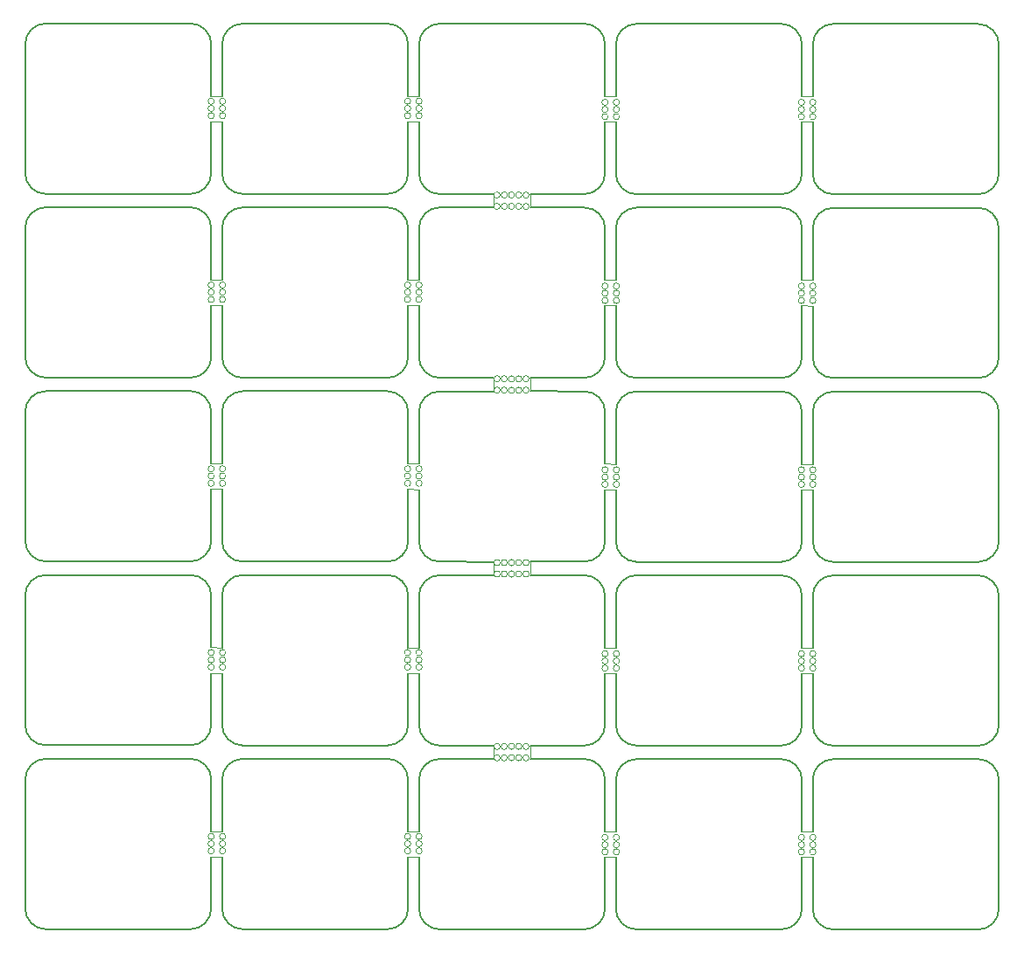
<source format=gm1>
G04 #@! TF.GenerationSoftware,KiCad,Pcbnew,8.99.0-2194-gb3b7cbcab2*
G04 #@! TF.CreationDate,2024-09-18T03:52:14+07:00*
G04 #@! TF.ProjectId,Unified-Daughterboard,556e6966-6965-4642-9d44-617567687465,C3*
G04 #@! TF.SameCoordinates,Original*
G04 #@! TF.FileFunction,Profile,NP*
%FSLAX46Y46*%
G04 Gerber Fmt 4.6, Leading zero omitted, Abs format (unit mm)*
G04 Created by KiCad (PCBNEW 8.99.0-2194-gb3b7cbcab2) date 2024-09-18 03:52:14*
%MOMM*%
%LPD*%
G01*
G04 APERTURE LIST*
G04 #@! TA.AperFunction,Profile*
%ADD10C,0.050000*%
G04 #@! TD*
G04 #@! TA.AperFunction,Profile*
%ADD11C,0.150000*%
G04 #@! TD*
G04 APERTURE END LIST*
D10*
X45002500Y-99443000D02*
G75*
G02*
X44402500Y-99443000I-300000J0D01*
G01*
X44402500Y-99443000D02*
G75*
G02*
X45002500Y-99443000I300000J0D01*
G01*
X64002500Y-98043000D02*
G75*
G02*
X63402500Y-98043000I-300000J0D01*
G01*
X63402500Y-98043000D02*
G75*
G02*
X64002500Y-98043000I300000J0D01*
G01*
X62902500Y-98743000D02*
G75*
G02*
X62302500Y-98743000I-300000J0D01*
G01*
X62302500Y-98743000D02*
G75*
G02*
X62902500Y-98743000I300000J0D01*
G01*
X82002500Y-99543000D02*
G75*
G02*
X81402500Y-99543000I-300000J0D01*
G01*
X81402500Y-99543000D02*
G75*
G02*
X82002500Y-99543000I300000J0D01*
G01*
X82002500Y-98143000D02*
G75*
G02*
X81402500Y-98143000I-300000J0D01*
G01*
X81402500Y-98143000D02*
G75*
G02*
X82002500Y-98143000I300000J0D01*
G01*
X43902500Y-99443000D02*
G75*
G02*
X43302500Y-99443000I-300000J0D01*
G01*
X43302500Y-99443000D02*
G75*
G02*
X43902500Y-99443000I300000J0D01*
G01*
D11*
X46654500Y-90527000D02*
X60654500Y-90527000D01*
D10*
X101002500Y-99543000D02*
G75*
G02*
X100402500Y-99543000I-300000J0D01*
G01*
X100402500Y-99543000D02*
G75*
G02*
X101002500Y-99543000I300000J0D01*
G01*
X83102500Y-98843000D02*
G75*
G02*
X82502500Y-98843000I-300000J0D01*
G01*
X82502500Y-98843000D02*
G75*
G02*
X83102500Y-98843000I300000J0D01*
G01*
X45002500Y-98743000D02*
G75*
G02*
X44402500Y-98743000I-300000J0D01*
G01*
X44402500Y-98743000D02*
G75*
G02*
X45002500Y-98743000I300000J0D01*
G01*
X64002500Y-99443000D02*
G75*
G02*
X63402500Y-99443000I-300000J0D01*
G01*
X63402500Y-99443000D02*
G75*
G02*
X64002500Y-99443000I300000J0D01*
G01*
X102102500Y-98143000D02*
G75*
G02*
X101502500Y-98143000I-300000J0D01*
G01*
X101502500Y-98143000D02*
G75*
G02*
X102102500Y-98143000I300000J0D01*
G01*
X43902500Y-98743000D02*
G75*
G02*
X43302500Y-98743000I-300000J0D01*
G01*
X43302500Y-98743000D02*
G75*
G02*
X43902500Y-98743000I300000J0D01*
G01*
X83102500Y-98143000D02*
G75*
G02*
X82502500Y-98143000I-300000J0D01*
G01*
X82502500Y-98143000D02*
G75*
G02*
X83102500Y-98143000I300000J0D01*
G01*
X101002500Y-98843000D02*
G75*
G02*
X100402500Y-98843000I-300000J0D01*
G01*
X100402500Y-98843000D02*
G75*
G02*
X101002500Y-98843000I300000J0D01*
G01*
D11*
X44654500Y-92527000D02*
G75*
G02*
X46654500Y-90527000I1999999J1D01*
G01*
D10*
X102102500Y-99543000D02*
G75*
G02*
X101502500Y-99543000I-300000J0D01*
G01*
X101502500Y-99543000D02*
G75*
G02*
X102102500Y-99543000I300000J0D01*
G01*
X64002500Y-98743000D02*
G75*
G02*
X63402500Y-98743000I-300000J0D01*
G01*
X63402500Y-98743000D02*
G75*
G02*
X64002500Y-98743000I300000J0D01*
G01*
X45002500Y-98043000D02*
G75*
G02*
X44402500Y-98043000I-300000J0D01*
G01*
X44402500Y-98043000D02*
G75*
G02*
X45002500Y-98043000I300000J0D01*
G01*
X101002500Y-98143000D02*
G75*
G02*
X100402500Y-98143000I-300000J0D01*
G01*
X100402500Y-98143000D02*
G75*
G02*
X101002500Y-98143000I300000J0D01*
G01*
X83102500Y-99543000D02*
G75*
G02*
X82502500Y-99543000I-300000J0D01*
G01*
X82502500Y-99543000D02*
G75*
G02*
X83102500Y-99543000I300000J0D01*
G01*
X62902500Y-99443000D02*
G75*
G02*
X62302500Y-99443000I-300000J0D01*
G01*
X62302500Y-99443000D02*
G75*
G02*
X62902500Y-99443000I300000J0D01*
G01*
X102102500Y-98843000D02*
G75*
G02*
X101502500Y-98843000I-300000J0D01*
G01*
X101502500Y-98843000D02*
G75*
G02*
X102102500Y-98843000I300000J0D01*
G01*
X43902500Y-98043000D02*
G75*
G02*
X43302500Y-98043000I-300000J0D01*
G01*
X43302500Y-98043000D02*
G75*
G02*
X43902500Y-98043000I300000J0D01*
G01*
X82002500Y-98843000D02*
G75*
G02*
X81402500Y-98843000I-300000J0D01*
G01*
X81402500Y-98843000D02*
G75*
G02*
X82002500Y-98843000I300000J0D01*
G01*
D11*
X62654500Y-100011830D02*
X62654500Y-105027000D01*
X62654500Y-92527000D02*
X62654500Y-97542170D01*
X63701670Y-92537000D02*
X63701670Y-97552170D01*
D10*
X62654500Y-97542170D02*
X63701670Y-97552170D01*
D11*
X60654500Y-107027000D02*
X46654500Y-107027000D01*
X46654500Y-107027000D02*
G75*
G02*
X44654500Y-105027000I-1J1999999D01*
G01*
X62654500Y-105027000D02*
G75*
G02*
X60654500Y-107027000I-1999999J-1D01*
G01*
X60654500Y-90527000D02*
G75*
G02*
X62654500Y-92527000I1J-1999999D01*
G01*
X63701670Y-100021830D02*
X63701670Y-105037000D01*
D10*
X62654500Y-100011830D02*
X63701670Y-100021830D01*
X72954500Y-90427000D02*
G75*
G02*
X72354500Y-90427000I-300000J0D01*
G01*
X72354500Y-90427000D02*
G75*
G02*
X72954500Y-90427000I300000J0D01*
G01*
X72254500Y-89327000D02*
G75*
G02*
X71654500Y-89327000I-300000J0D01*
G01*
X71654500Y-89327000D02*
G75*
G02*
X72254500Y-89327000I300000J0D01*
G01*
X73654500Y-90427000D02*
G75*
G02*
X73054500Y-90427000I-300000J0D01*
G01*
X73054500Y-90427000D02*
G75*
G02*
X73654500Y-90427000I300000J0D01*
G01*
X71554500Y-89327000D02*
G75*
G02*
X70954500Y-89327000I-300000J0D01*
G01*
X70954500Y-89327000D02*
G75*
G02*
X71554500Y-89327000I300000J0D01*
G01*
X72254500Y-90427000D02*
G75*
G02*
X71654500Y-90427000I-300000J0D01*
G01*
X71654500Y-90427000D02*
G75*
G02*
X72254500Y-90427000I300000J0D01*
G01*
X72954500Y-89327000D02*
G75*
G02*
X72354500Y-89327000I-300000J0D01*
G01*
X72354500Y-89327000D02*
G75*
G02*
X72954500Y-89327000I300000J0D01*
G01*
X73654500Y-89327000D02*
G75*
G02*
X73054500Y-89327000I-300000J0D01*
G01*
X73054500Y-89327000D02*
G75*
G02*
X73654500Y-89327000I300000J0D01*
G01*
D11*
X70902500Y-90543000D02*
X65701670Y-90537000D01*
D10*
X74354500Y-90427000D02*
G75*
G02*
X73754500Y-90427000I-300000J0D01*
G01*
X73754500Y-90427000D02*
G75*
G02*
X74354500Y-90427000I300000J0D01*
G01*
X71554500Y-90427000D02*
G75*
G02*
X70954500Y-90427000I-300000J0D01*
G01*
X70954500Y-90427000D02*
G75*
G02*
X71554500Y-90427000I300000J0D01*
G01*
X74354500Y-89327000D02*
G75*
G02*
X73754500Y-89327000I-300000J0D01*
G01*
X73754500Y-89327000D02*
G75*
G02*
X74354500Y-89327000I300000J0D01*
G01*
X74500840Y-89231000D02*
X74500840Y-90531000D01*
D11*
X79701670Y-90537000D02*
X74500840Y-90531000D01*
D10*
X70902500Y-89243000D02*
X70902500Y-90543000D01*
D11*
X82748840Y-92547000D02*
G75*
G02*
X84748840Y-90547000I2000030J-30D01*
G01*
X65701670Y-107037000D02*
G75*
G02*
X63701670Y-105037000I-1J1999999D01*
G01*
X100748840Y-92547000D02*
X100748840Y-97562170D01*
X84748840Y-107047000D02*
G75*
G02*
X82748840Y-105047000I-70J1999930D01*
G01*
X98748840Y-107047000D02*
X84748840Y-107047000D01*
D10*
X100748840Y-97562170D02*
X101796010Y-97572170D01*
D11*
X98748840Y-90547000D02*
G75*
G02*
X100748840Y-92547000I-100J-2000100D01*
G01*
X100748840Y-100031830D02*
X100748840Y-105047000D01*
X101796010Y-100041830D02*
X101796010Y-105057000D01*
X79701670Y-90537000D02*
G75*
G02*
X81701670Y-92537000I50J-1999950D01*
G01*
X63701670Y-92537000D02*
G75*
G02*
X65701670Y-90537000I1999999J1D01*
G01*
X81701670Y-92537000D02*
X81701670Y-97552170D01*
X82748840Y-100031830D02*
X82748840Y-105047000D01*
X82748840Y-92547000D02*
X82748840Y-97562170D01*
X81701670Y-105037000D02*
G75*
G02*
X79701670Y-107037000I-2000020J20D01*
G01*
D10*
X81701670Y-97552170D02*
X82748840Y-97562170D01*
X100748840Y-100031830D02*
X101796010Y-100041830D01*
X81701670Y-100021830D02*
X82748840Y-100031830D01*
D11*
X74500840Y-107031000D02*
X65701670Y-107037000D01*
X101796010Y-92557000D02*
X101796010Y-97572170D01*
X100748840Y-105047000D02*
G75*
G02*
X98748840Y-107047000I-1999970J-30D01*
G01*
X81701670Y-100021830D02*
X81701670Y-105037000D01*
X117796010Y-107057000D02*
X103796010Y-107057000D01*
D10*
X62902500Y-98043000D02*
G75*
G02*
X62302500Y-98043000I-300000J0D01*
G01*
X62302500Y-98043000D02*
G75*
G02*
X62902500Y-98043000I300000J0D01*
G01*
D11*
X84748840Y-90547000D02*
X98748840Y-90547000D01*
X25607330Y-92517000D02*
G75*
G02*
X27607330Y-90517000I1999999J1D01*
G01*
X27607330Y-107017000D02*
G75*
G02*
X25607330Y-105017000I-1J1999999D01*
G01*
X27607330Y-90517000D02*
X41607330Y-90517000D01*
X43607330Y-92517000D02*
X43607330Y-97532170D01*
X41607330Y-107017000D02*
X27607330Y-107017000D01*
X43607330Y-105017000D02*
G75*
G02*
X41607330Y-107017000I-1999999J-1D01*
G01*
X41607330Y-90517000D02*
G75*
G02*
X43607330Y-92517000I1J-1999999D01*
G01*
X44654500Y-100011830D02*
X44654500Y-105027000D01*
D10*
X43607330Y-100001830D02*
X44654500Y-100011830D01*
X43607330Y-97532170D02*
X44654500Y-97542170D01*
D11*
X43607330Y-100001830D02*
X43607330Y-105017000D01*
X44654500Y-92527000D02*
X44654500Y-97542170D01*
X117796010Y-90557000D02*
G75*
G02*
X119796040Y-92557000I30J-2000000D01*
G01*
X119796010Y-105057000D02*
G75*
G02*
X117796010Y-107056970I-1999970J0D01*
G01*
X103796010Y-107057000D02*
G75*
G02*
X101796010Y-105057000I-20J1999980D01*
G01*
X103796010Y-90557000D02*
X117796010Y-90557000D01*
X119796010Y-92557000D02*
X119796010Y-97572170D01*
X25607330Y-92517000D02*
X25607330Y-105017000D01*
X101796010Y-92557000D02*
G75*
G02*
X103796010Y-90556970I2000030J0D01*
G01*
X119796010Y-97572170D02*
X119796010Y-105057000D01*
X79701670Y-107037000D02*
X74500840Y-107031000D01*
D10*
X45002500Y-81643000D02*
G75*
G02*
X44402500Y-81643000I-300000J0D01*
G01*
X44402500Y-81643000D02*
G75*
G02*
X45002500Y-81643000I300000J0D01*
G01*
X64002500Y-80243000D02*
G75*
G02*
X63402500Y-80243000I-300000J0D01*
G01*
X63402500Y-80243000D02*
G75*
G02*
X64002500Y-80243000I300000J0D01*
G01*
X62902500Y-80943000D02*
G75*
G02*
X62302500Y-80943000I-300000J0D01*
G01*
X62302500Y-80943000D02*
G75*
G02*
X62902500Y-80943000I300000J0D01*
G01*
X82002500Y-81743000D02*
G75*
G02*
X81402500Y-81743000I-300000J0D01*
G01*
X81402500Y-81743000D02*
G75*
G02*
X82002500Y-81743000I300000J0D01*
G01*
X82002500Y-80343000D02*
G75*
G02*
X81402500Y-80343000I-300000J0D01*
G01*
X81402500Y-80343000D02*
G75*
G02*
X82002500Y-80343000I300000J0D01*
G01*
X43902500Y-81643000D02*
G75*
G02*
X43302500Y-81643000I-300000J0D01*
G01*
X43302500Y-81643000D02*
G75*
G02*
X43902500Y-81643000I300000J0D01*
G01*
D11*
X46654500Y-72727000D02*
X60654500Y-72727000D01*
D10*
X101002500Y-81743000D02*
G75*
G02*
X100402500Y-81743000I-300000J0D01*
G01*
X100402500Y-81743000D02*
G75*
G02*
X101002500Y-81743000I300000J0D01*
G01*
X83102500Y-81043000D02*
G75*
G02*
X82502500Y-81043000I-300000J0D01*
G01*
X82502500Y-81043000D02*
G75*
G02*
X83102500Y-81043000I300000J0D01*
G01*
X45002500Y-80943000D02*
G75*
G02*
X44402500Y-80943000I-300000J0D01*
G01*
X44402500Y-80943000D02*
G75*
G02*
X45002500Y-80943000I300000J0D01*
G01*
X64002500Y-81643000D02*
G75*
G02*
X63402500Y-81643000I-300000J0D01*
G01*
X63402500Y-81643000D02*
G75*
G02*
X64002500Y-81643000I300000J0D01*
G01*
X102102500Y-80343000D02*
G75*
G02*
X101502500Y-80343000I-300000J0D01*
G01*
X101502500Y-80343000D02*
G75*
G02*
X102102500Y-80343000I300000J0D01*
G01*
X43902500Y-80943000D02*
G75*
G02*
X43302500Y-80943000I-300000J0D01*
G01*
X43302500Y-80943000D02*
G75*
G02*
X43902500Y-80943000I300000J0D01*
G01*
X83102500Y-80343000D02*
G75*
G02*
X82502500Y-80343000I-300000J0D01*
G01*
X82502500Y-80343000D02*
G75*
G02*
X83102500Y-80343000I300000J0D01*
G01*
X101002500Y-81043000D02*
G75*
G02*
X100402500Y-81043000I-300000J0D01*
G01*
X100402500Y-81043000D02*
G75*
G02*
X101002500Y-81043000I300000J0D01*
G01*
D11*
X44654500Y-74727000D02*
G75*
G02*
X46654500Y-72727000I1999999J1D01*
G01*
D10*
X102102500Y-81743000D02*
G75*
G02*
X101502500Y-81743000I-300000J0D01*
G01*
X101502500Y-81743000D02*
G75*
G02*
X102102500Y-81743000I300000J0D01*
G01*
X64002500Y-80943000D02*
G75*
G02*
X63402500Y-80943000I-300000J0D01*
G01*
X63402500Y-80943000D02*
G75*
G02*
X64002500Y-80943000I300000J0D01*
G01*
X45002500Y-80243000D02*
G75*
G02*
X44402500Y-80243000I-300000J0D01*
G01*
X44402500Y-80243000D02*
G75*
G02*
X45002500Y-80243000I300000J0D01*
G01*
X101002500Y-80343000D02*
G75*
G02*
X100402500Y-80343000I-300000J0D01*
G01*
X100402500Y-80343000D02*
G75*
G02*
X101002500Y-80343000I300000J0D01*
G01*
X83102500Y-81743000D02*
G75*
G02*
X82502500Y-81743000I-300000J0D01*
G01*
X82502500Y-81743000D02*
G75*
G02*
X83102500Y-81743000I300000J0D01*
G01*
X62902500Y-81643000D02*
G75*
G02*
X62302500Y-81643000I-300000J0D01*
G01*
X62302500Y-81643000D02*
G75*
G02*
X62902500Y-81643000I300000J0D01*
G01*
X102102500Y-81043000D02*
G75*
G02*
X101502500Y-81043000I-300000J0D01*
G01*
X101502500Y-81043000D02*
G75*
G02*
X102102500Y-81043000I300000J0D01*
G01*
X43902500Y-80243000D02*
G75*
G02*
X43302500Y-80243000I-300000J0D01*
G01*
X43302500Y-80243000D02*
G75*
G02*
X43902500Y-80243000I300000J0D01*
G01*
X82002500Y-81043000D02*
G75*
G02*
X81402500Y-81043000I-300000J0D01*
G01*
X81402500Y-81043000D02*
G75*
G02*
X82002500Y-81043000I300000J0D01*
G01*
D11*
X62654500Y-82211830D02*
X62654500Y-87227000D01*
X62654500Y-74727000D02*
X62654500Y-79742170D01*
X63701670Y-74737000D02*
X63701670Y-79752170D01*
D10*
X62654500Y-79742170D02*
X63701670Y-79752170D01*
D11*
X60654500Y-89227000D02*
X46654500Y-89227000D01*
X46654500Y-89227000D02*
G75*
G02*
X44654500Y-87227000I-1J1999999D01*
G01*
X62654500Y-87227000D02*
G75*
G02*
X60654500Y-89227000I-1999999J-1D01*
G01*
X60654500Y-72727000D02*
G75*
G02*
X62654500Y-74727000I1J-1999999D01*
G01*
X63701670Y-82221830D02*
X63701670Y-87237000D01*
D10*
X62654500Y-82211830D02*
X63701670Y-82221830D01*
X72954500Y-72627000D02*
G75*
G02*
X72354500Y-72627000I-300000J0D01*
G01*
X72354500Y-72627000D02*
G75*
G02*
X72954500Y-72627000I300000J0D01*
G01*
X72254500Y-71527000D02*
G75*
G02*
X71654500Y-71527000I-300000J0D01*
G01*
X71654500Y-71527000D02*
G75*
G02*
X72254500Y-71527000I300000J0D01*
G01*
X73654500Y-72627000D02*
G75*
G02*
X73054500Y-72627000I-300000J0D01*
G01*
X73054500Y-72627000D02*
G75*
G02*
X73654500Y-72627000I300000J0D01*
G01*
X71554500Y-71527000D02*
G75*
G02*
X70954500Y-71527000I-300000J0D01*
G01*
X70954500Y-71527000D02*
G75*
G02*
X71554500Y-71527000I300000J0D01*
G01*
X72254500Y-72627000D02*
G75*
G02*
X71654500Y-72627000I-300000J0D01*
G01*
X71654500Y-72627000D02*
G75*
G02*
X72254500Y-72627000I300000J0D01*
G01*
X72954500Y-71527000D02*
G75*
G02*
X72354500Y-71527000I-300000J0D01*
G01*
X72354500Y-71527000D02*
G75*
G02*
X72954500Y-71527000I300000J0D01*
G01*
X73654500Y-71527000D02*
G75*
G02*
X73054500Y-71527000I-300000J0D01*
G01*
X73054500Y-71527000D02*
G75*
G02*
X73654500Y-71527000I300000J0D01*
G01*
D11*
X70902500Y-72743000D02*
X65701670Y-72737000D01*
D10*
X74354500Y-72627000D02*
G75*
G02*
X73754500Y-72627000I-300000J0D01*
G01*
X73754500Y-72627000D02*
G75*
G02*
X74354500Y-72627000I300000J0D01*
G01*
X71554500Y-72627000D02*
G75*
G02*
X70954500Y-72627000I-300000J0D01*
G01*
X70954500Y-72627000D02*
G75*
G02*
X71554500Y-72627000I300000J0D01*
G01*
X74354500Y-71527000D02*
G75*
G02*
X73754500Y-71527000I-300000J0D01*
G01*
X73754500Y-71527000D02*
G75*
G02*
X74354500Y-71527000I300000J0D01*
G01*
X74500840Y-71431000D02*
X74500840Y-72731000D01*
D11*
X79701670Y-72737000D02*
X74500840Y-72731000D01*
D10*
X70902500Y-71443000D02*
X70902500Y-72743000D01*
D11*
X82748840Y-74747000D02*
G75*
G02*
X84748840Y-72747000I2000030J-30D01*
G01*
X65701670Y-89237000D02*
G75*
G02*
X63701670Y-87237000I-1J1999999D01*
G01*
X100748840Y-74747000D02*
X100748840Y-79762170D01*
X84748840Y-89247000D02*
G75*
G02*
X82748840Y-87247000I-70J1999930D01*
G01*
X98748840Y-89247000D02*
X84748840Y-89247000D01*
D10*
X100748840Y-79762170D02*
X101796010Y-79772170D01*
D11*
X98748840Y-72747000D02*
G75*
G02*
X100748840Y-74747000I-100J-2000100D01*
G01*
X100748840Y-82231830D02*
X100748840Y-87247000D01*
X101796010Y-82241830D02*
X101796010Y-87257000D01*
X79701670Y-72737000D02*
G75*
G02*
X81701670Y-74737000I50J-1999950D01*
G01*
X63701670Y-74737000D02*
G75*
G02*
X65701670Y-72737000I1999999J1D01*
G01*
X81701670Y-74737000D02*
X81701670Y-79752170D01*
X82748840Y-82231830D02*
X82748840Y-87247000D01*
X82748840Y-74747000D02*
X82748840Y-79762170D01*
X81701670Y-87237000D02*
G75*
G02*
X79701670Y-89237000I-2000020J20D01*
G01*
D10*
X81701670Y-79752170D02*
X82748840Y-79762170D01*
X100748840Y-82231830D02*
X101796010Y-82241830D01*
X81701670Y-82221830D02*
X82748840Y-82231830D01*
D11*
X70902500Y-89243000D02*
X65701670Y-89237000D01*
X101796010Y-74757000D02*
X101796010Y-79772170D01*
X100748840Y-87247000D02*
G75*
G02*
X98748840Y-89247000I-1999970J-30D01*
G01*
X81701670Y-82221830D02*
X81701670Y-87237000D01*
X117796010Y-89257000D02*
X103796010Y-89257000D01*
D10*
X62902500Y-80243000D02*
G75*
G02*
X62302500Y-80243000I-300000J0D01*
G01*
X62302500Y-80243000D02*
G75*
G02*
X62902500Y-80243000I300000J0D01*
G01*
D11*
X84748840Y-72747000D02*
X98748840Y-72747000D01*
X25607330Y-74717000D02*
G75*
G02*
X27607330Y-72717000I1999999J1D01*
G01*
X27607330Y-89217000D02*
G75*
G02*
X25607330Y-87217000I-1J1999999D01*
G01*
X27607330Y-72717000D02*
X41607330Y-72717000D01*
X43607330Y-74717000D02*
X43607330Y-79732170D01*
X41607330Y-89217000D02*
X27607330Y-89217000D01*
X43607330Y-87217000D02*
G75*
G02*
X41607330Y-89217000I-1999999J-1D01*
G01*
X41607330Y-72717000D02*
G75*
G02*
X43607330Y-74717000I1J-1999999D01*
G01*
X44654500Y-82211830D02*
X44654500Y-87227000D01*
D10*
X43607330Y-82201830D02*
X44654500Y-82211830D01*
X43607330Y-79732170D02*
X44654500Y-79742170D01*
D11*
X43607330Y-82201830D02*
X43607330Y-87217000D01*
X44654500Y-74727000D02*
X44654500Y-79742170D01*
X117796010Y-72757000D02*
G75*
G02*
X119796040Y-74757000I30J-2000000D01*
G01*
X119796010Y-87257000D02*
G75*
G02*
X117796010Y-89256970I-1999970J0D01*
G01*
X103796010Y-89257000D02*
G75*
G02*
X101796010Y-87257000I-20J1999980D01*
G01*
X103796010Y-72757000D02*
X117796010Y-72757000D01*
X119796010Y-74757000D02*
X119796010Y-79772170D01*
X25607330Y-74717000D02*
X25607330Y-87217000D01*
X101796010Y-74757000D02*
G75*
G02*
X103796010Y-72756970I2000030J0D01*
G01*
X119796010Y-79772170D02*
X119796010Y-87257000D01*
X79701670Y-89237000D02*
X74500840Y-89231000D01*
D10*
X45002500Y-63843000D02*
G75*
G02*
X44402500Y-63843000I-300000J0D01*
G01*
X44402500Y-63843000D02*
G75*
G02*
X45002500Y-63843000I300000J0D01*
G01*
X64002500Y-62443000D02*
G75*
G02*
X63402500Y-62443000I-300000J0D01*
G01*
X63402500Y-62443000D02*
G75*
G02*
X64002500Y-62443000I300000J0D01*
G01*
X62902500Y-63143000D02*
G75*
G02*
X62302500Y-63143000I-300000J0D01*
G01*
X62302500Y-63143000D02*
G75*
G02*
X62902500Y-63143000I300000J0D01*
G01*
X82002500Y-63943000D02*
G75*
G02*
X81402500Y-63943000I-300000J0D01*
G01*
X81402500Y-63943000D02*
G75*
G02*
X82002500Y-63943000I300000J0D01*
G01*
X82002500Y-62543000D02*
G75*
G02*
X81402500Y-62543000I-300000J0D01*
G01*
X81402500Y-62543000D02*
G75*
G02*
X82002500Y-62543000I300000J0D01*
G01*
X43902500Y-63843000D02*
G75*
G02*
X43302500Y-63843000I-300000J0D01*
G01*
X43302500Y-63843000D02*
G75*
G02*
X43902500Y-63843000I300000J0D01*
G01*
D11*
X46654500Y-54927000D02*
X60654500Y-54927000D01*
D10*
X101002500Y-63943000D02*
G75*
G02*
X100402500Y-63943000I-300000J0D01*
G01*
X100402500Y-63943000D02*
G75*
G02*
X101002500Y-63943000I300000J0D01*
G01*
X83102500Y-63243000D02*
G75*
G02*
X82502500Y-63243000I-300000J0D01*
G01*
X82502500Y-63243000D02*
G75*
G02*
X83102500Y-63243000I300000J0D01*
G01*
X45002500Y-63143000D02*
G75*
G02*
X44402500Y-63143000I-300000J0D01*
G01*
X44402500Y-63143000D02*
G75*
G02*
X45002500Y-63143000I300000J0D01*
G01*
X64002500Y-63843000D02*
G75*
G02*
X63402500Y-63843000I-300000J0D01*
G01*
X63402500Y-63843000D02*
G75*
G02*
X64002500Y-63843000I300000J0D01*
G01*
X102102500Y-62543000D02*
G75*
G02*
X101502500Y-62543000I-300000J0D01*
G01*
X101502500Y-62543000D02*
G75*
G02*
X102102500Y-62543000I300000J0D01*
G01*
X43902500Y-63143000D02*
G75*
G02*
X43302500Y-63143000I-300000J0D01*
G01*
X43302500Y-63143000D02*
G75*
G02*
X43902500Y-63143000I300000J0D01*
G01*
X83102500Y-62543000D02*
G75*
G02*
X82502500Y-62543000I-300000J0D01*
G01*
X82502500Y-62543000D02*
G75*
G02*
X83102500Y-62543000I300000J0D01*
G01*
X101002500Y-63243000D02*
G75*
G02*
X100402500Y-63243000I-300000J0D01*
G01*
X100402500Y-63243000D02*
G75*
G02*
X101002500Y-63243000I300000J0D01*
G01*
D11*
X44654500Y-56927000D02*
G75*
G02*
X46654500Y-54927000I1999999J1D01*
G01*
D10*
X102102500Y-63943000D02*
G75*
G02*
X101502500Y-63943000I-300000J0D01*
G01*
X101502500Y-63943000D02*
G75*
G02*
X102102500Y-63943000I300000J0D01*
G01*
X64002500Y-63143000D02*
G75*
G02*
X63402500Y-63143000I-300000J0D01*
G01*
X63402500Y-63143000D02*
G75*
G02*
X64002500Y-63143000I300000J0D01*
G01*
X45002500Y-62443000D02*
G75*
G02*
X44402500Y-62443000I-300000J0D01*
G01*
X44402500Y-62443000D02*
G75*
G02*
X45002500Y-62443000I300000J0D01*
G01*
X101002500Y-62543000D02*
G75*
G02*
X100402500Y-62543000I-300000J0D01*
G01*
X100402500Y-62543000D02*
G75*
G02*
X101002500Y-62543000I300000J0D01*
G01*
X83102500Y-63943000D02*
G75*
G02*
X82502500Y-63943000I-300000J0D01*
G01*
X82502500Y-63943000D02*
G75*
G02*
X83102500Y-63943000I300000J0D01*
G01*
X62902500Y-63843000D02*
G75*
G02*
X62302500Y-63843000I-300000J0D01*
G01*
X62302500Y-63843000D02*
G75*
G02*
X62902500Y-63843000I300000J0D01*
G01*
X102102500Y-63243000D02*
G75*
G02*
X101502500Y-63243000I-300000J0D01*
G01*
X101502500Y-63243000D02*
G75*
G02*
X102102500Y-63243000I300000J0D01*
G01*
X43902500Y-62443000D02*
G75*
G02*
X43302500Y-62443000I-300000J0D01*
G01*
X43302500Y-62443000D02*
G75*
G02*
X43902500Y-62443000I300000J0D01*
G01*
X82002500Y-63243000D02*
G75*
G02*
X81402500Y-63243000I-300000J0D01*
G01*
X81402500Y-63243000D02*
G75*
G02*
X82002500Y-63243000I300000J0D01*
G01*
D11*
X62654500Y-64411830D02*
X62654500Y-69427000D01*
X62654500Y-56927000D02*
X62654500Y-61942170D01*
X63701670Y-56937000D02*
X63701670Y-61952170D01*
D10*
X62654500Y-61942170D02*
X63701670Y-61952170D01*
D11*
X60654500Y-71427000D02*
X46654500Y-71427000D01*
X46654500Y-71427000D02*
G75*
G02*
X44654500Y-69427000I-1J1999999D01*
G01*
X62654500Y-69427000D02*
G75*
G02*
X60654500Y-71427000I-1999999J-1D01*
G01*
X60654500Y-54927000D02*
G75*
G02*
X62654500Y-56927000I1J-1999999D01*
G01*
X63701670Y-64421830D02*
X63701670Y-69437000D01*
D10*
X62654500Y-64411830D02*
X63701670Y-64421830D01*
X72954500Y-54827000D02*
G75*
G02*
X72354500Y-54827000I-300000J0D01*
G01*
X72354500Y-54827000D02*
G75*
G02*
X72954500Y-54827000I300000J0D01*
G01*
X72254500Y-53727000D02*
G75*
G02*
X71654500Y-53727000I-300000J0D01*
G01*
X71654500Y-53727000D02*
G75*
G02*
X72254500Y-53727000I300000J0D01*
G01*
X73654500Y-54827000D02*
G75*
G02*
X73054500Y-54827000I-300000J0D01*
G01*
X73054500Y-54827000D02*
G75*
G02*
X73654500Y-54827000I300000J0D01*
G01*
X71554500Y-53727000D02*
G75*
G02*
X70954500Y-53727000I-300000J0D01*
G01*
X70954500Y-53727000D02*
G75*
G02*
X71554500Y-53727000I300000J0D01*
G01*
X72254500Y-54827000D02*
G75*
G02*
X71654500Y-54827000I-300000J0D01*
G01*
X71654500Y-54827000D02*
G75*
G02*
X72254500Y-54827000I300000J0D01*
G01*
X72954500Y-53727000D02*
G75*
G02*
X72354500Y-53727000I-300000J0D01*
G01*
X72354500Y-53727000D02*
G75*
G02*
X72954500Y-53727000I300000J0D01*
G01*
X73654500Y-53727000D02*
G75*
G02*
X73054500Y-53727000I-300000J0D01*
G01*
X73054500Y-53727000D02*
G75*
G02*
X73654500Y-53727000I300000J0D01*
G01*
D11*
X70902500Y-54943000D02*
X65701670Y-54937000D01*
D10*
X74354500Y-54827000D02*
G75*
G02*
X73754500Y-54827000I-300000J0D01*
G01*
X73754500Y-54827000D02*
G75*
G02*
X74354500Y-54827000I300000J0D01*
G01*
X71554500Y-54827000D02*
G75*
G02*
X70954500Y-54827000I-300000J0D01*
G01*
X70954500Y-54827000D02*
G75*
G02*
X71554500Y-54827000I300000J0D01*
G01*
X74354500Y-53727000D02*
G75*
G02*
X73754500Y-53727000I-300000J0D01*
G01*
X73754500Y-53727000D02*
G75*
G02*
X74354500Y-53727000I300000J0D01*
G01*
X74500840Y-53631000D02*
X74500840Y-54931000D01*
D11*
X79701670Y-54937000D02*
X74500840Y-54931000D01*
D10*
X70902500Y-53643000D02*
X70902500Y-54943000D01*
D11*
X82748840Y-56947000D02*
G75*
G02*
X84748840Y-54947000I2000030J-30D01*
G01*
X65701670Y-71437000D02*
G75*
G02*
X63701670Y-69437000I-1J1999999D01*
G01*
X100748840Y-56947000D02*
X100748840Y-61962170D01*
X84748840Y-71447000D02*
G75*
G02*
X82748840Y-69447000I-70J1999930D01*
G01*
X98748840Y-71447000D02*
X84748840Y-71447000D01*
D10*
X100748840Y-61962170D02*
X101796010Y-61972170D01*
D11*
X98748840Y-54947000D02*
G75*
G02*
X100748840Y-56947000I-100J-2000100D01*
G01*
X100748840Y-64431830D02*
X100748840Y-69447000D01*
X101796010Y-64441830D02*
X101796010Y-69457000D01*
X79701670Y-54937000D02*
G75*
G02*
X81701670Y-56937000I50J-1999950D01*
G01*
X63701670Y-56937000D02*
G75*
G02*
X65701670Y-54937000I1999999J1D01*
G01*
X81701670Y-56937000D02*
X81701670Y-61952170D01*
X82748840Y-64431830D02*
X82748840Y-69447000D01*
X82748840Y-56947000D02*
X82748840Y-61962170D01*
X81701670Y-69437000D02*
G75*
G02*
X79701670Y-71437000I-2000020J20D01*
G01*
D10*
X81701670Y-61952170D02*
X82748840Y-61962170D01*
X100748840Y-64431830D02*
X101796010Y-64441830D01*
X81701670Y-64421830D02*
X82748840Y-64431830D01*
D11*
X70902500Y-71443000D02*
X65701670Y-71437000D01*
X101796010Y-56957000D02*
X101796010Y-61972170D01*
X100748840Y-69447000D02*
G75*
G02*
X98748840Y-71447000I-1999970J-30D01*
G01*
X81701670Y-64421830D02*
X81701670Y-69437000D01*
X117796010Y-71457000D02*
X103796010Y-71457000D01*
D10*
X62902500Y-62443000D02*
G75*
G02*
X62302500Y-62443000I-300000J0D01*
G01*
X62302500Y-62443000D02*
G75*
G02*
X62902500Y-62443000I300000J0D01*
G01*
D11*
X84748840Y-54947000D02*
X98748840Y-54947000D01*
X25607330Y-56917000D02*
G75*
G02*
X27607330Y-54917000I1999999J1D01*
G01*
X27607330Y-71417000D02*
G75*
G02*
X25607330Y-69417000I-1J1999999D01*
G01*
X27607330Y-54917000D02*
X41607330Y-54917000D01*
X43607330Y-56917000D02*
X43607330Y-61932170D01*
X41607330Y-71417000D02*
X27607330Y-71417000D01*
X43607330Y-69417000D02*
G75*
G02*
X41607330Y-71417000I-1999999J-1D01*
G01*
X41607330Y-54917000D02*
G75*
G02*
X43607330Y-56917000I1J-1999999D01*
G01*
X44654500Y-64411830D02*
X44654500Y-69427000D01*
D10*
X43607330Y-64401830D02*
X44654500Y-64411830D01*
X43607330Y-61932170D02*
X44654500Y-61942170D01*
D11*
X43607330Y-64401830D02*
X43607330Y-69417000D01*
X44654500Y-56927000D02*
X44654500Y-61942170D01*
X117796010Y-54957000D02*
G75*
G02*
X119796040Y-56957000I30J-2000000D01*
G01*
X119796010Y-69457000D02*
G75*
G02*
X117796010Y-71456970I-1999970J0D01*
G01*
X103796010Y-71457000D02*
G75*
G02*
X101796010Y-69457000I-20J1999980D01*
G01*
X103796010Y-54957000D02*
X117796010Y-54957000D01*
X119796010Y-56957000D02*
X119796010Y-61972170D01*
X25607330Y-56917000D02*
X25607330Y-69417000D01*
X101796010Y-56957000D02*
G75*
G02*
X103796010Y-54956970I2000030J0D01*
G01*
X119796010Y-61972170D02*
X119796010Y-69457000D01*
X79701670Y-71437000D02*
X74500840Y-71431000D01*
D10*
X45002500Y-46043000D02*
G75*
G02*
X44402500Y-46043000I-300000J0D01*
G01*
X44402500Y-46043000D02*
G75*
G02*
X45002500Y-46043000I300000J0D01*
G01*
X64002500Y-44643000D02*
G75*
G02*
X63402500Y-44643000I-300000J0D01*
G01*
X63402500Y-44643000D02*
G75*
G02*
X64002500Y-44643000I300000J0D01*
G01*
X62902500Y-45343000D02*
G75*
G02*
X62302500Y-45343000I-300000J0D01*
G01*
X62302500Y-45343000D02*
G75*
G02*
X62902500Y-45343000I300000J0D01*
G01*
X82002500Y-46143000D02*
G75*
G02*
X81402500Y-46143000I-300000J0D01*
G01*
X81402500Y-46143000D02*
G75*
G02*
X82002500Y-46143000I300000J0D01*
G01*
X82002500Y-44743000D02*
G75*
G02*
X81402500Y-44743000I-300000J0D01*
G01*
X81402500Y-44743000D02*
G75*
G02*
X82002500Y-44743000I300000J0D01*
G01*
X43902500Y-46043000D02*
G75*
G02*
X43302500Y-46043000I-300000J0D01*
G01*
X43302500Y-46043000D02*
G75*
G02*
X43902500Y-46043000I300000J0D01*
G01*
D11*
X46654500Y-37127000D02*
X60654500Y-37127000D01*
D10*
X101002500Y-46143000D02*
G75*
G02*
X100402500Y-46143000I-300000J0D01*
G01*
X100402500Y-46143000D02*
G75*
G02*
X101002500Y-46143000I300000J0D01*
G01*
X83102500Y-45443000D02*
G75*
G02*
X82502500Y-45443000I-300000J0D01*
G01*
X82502500Y-45443000D02*
G75*
G02*
X83102500Y-45443000I300000J0D01*
G01*
X45002500Y-45343000D02*
G75*
G02*
X44402500Y-45343000I-300000J0D01*
G01*
X44402500Y-45343000D02*
G75*
G02*
X45002500Y-45343000I300000J0D01*
G01*
X64002500Y-46043000D02*
G75*
G02*
X63402500Y-46043000I-300000J0D01*
G01*
X63402500Y-46043000D02*
G75*
G02*
X64002500Y-46043000I300000J0D01*
G01*
X102102500Y-44743000D02*
G75*
G02*
X101502500Y-44743000I-300000J0D01*
G01*
X101502500Y-44743000D02*
G75*
G02*
X102102500Y-44743000I300000J0D01*
G01*
X43902500Y-45343000D02*
G75*
G02*
X43302500Y-45343000I-300000J0D01*
G01*
X43302500Y-45343000D02*
G75*
G02*
X43902500Y-45343000I300000J0D01*
G01*
X83102500Y-44743000D02*
G75*
G02*
X82502500Y-44743000I-300000J0D01*
G01*
X82502500Y-44743000D02*
G75*
G02*
X83102500Y-44743000I300000J0D01*
G01*
X101002500Y-45443000D02*
G75*
G02*
X100402500Y-45443000I-300000J0D01*
G01*
X100402500Y-45443000D02*
G75*
G02*
X101002500Y-45443000I300000J0D01*
G01*
D11*
X44654500Y-39127000D02*
G75*
G02*
X46654500Y-37127000I1999999J1D01*
G01*
D10*
X102102500Y-46143000D02*
G75*
G02*
X101502500Y-46143000I-300000J0D01*
G01*
X101502500Y-46143000D02*
G75*
G02*
X102102500Y-46143000I300000J0D01*
G01*
X64002500Y-45343000D02*
G75*
G02*
X63402500Y-45343000I-300000J0D01*
G01*
X63402500Y-45343000D02*
G75*
G02*
X64002500Y-45343000I300000J0D01*
G01*
X45002500Y-44643000D02*
G75*
G02*
X44402500Y-44643000I-300000J0D01*
G01*
X44402500Y-44643000D02*
G75*
G02*
X45002500Y-44643000I300000J0D01*
G01*
X101002500Y-44743000D02*
G75*
G02*
X100402500Y-44743000I-300000J0D01*
G01*
X100402500Y-44743000D02*
G75*
G02*
X101002500Y-44743000I300000J0D01*
G01*
X83102500Y-46143000D02*
G75*
G02*
X82502500Y-46143000I-300000J0D01*
G01*
X82502500Y-46143000D02*
G75*
G02*
X83102500Y-46143000I300000J0D01*
G01*
X62902500Y-46043000D02*
G75*
G02*
X62302500Y-46043000I-300000J0D01*
G01*
X62302500Y-46043000D02*
G75*
G02*
X62902500Y-46043000I300000J0D01*
G01*
X102102500Y-45443000D02*
G75*
G02*
X101502500Y-45443000I-300000J0D01*
G01*
X101502500Y-45443000D02*
G75*
G02*
X102102500Y-45443000I300000J0D01*
G01*
X43902500Y-44643000D02*
G75*
G02*
X43302500Y-44643000I-300000J0D01*
G01*
X43302500Y-44643000D02*
G75*
G02*
X43902500Y-44643000I300000J0D01*
G01*
X82002500Y-45443000D02*
G75*
G02*
X81402500Y-45443000I-300000J0D01*
G01*
X81402500Y-45443000D02*
G75*
G02*
X82002500Y-45443000I300000J0D01*
G01*
D11*
X62654500Y-46611830D02*
X62654500Y-51627000D01*
X62654500Y-39127000D02*
X62654500Y-44142170D01*
X63701670Y-39137000D02*
X63701670Y-44152170D01*
D10*
X62654500Y-44142170D02*
X63701670Y-44152170D01*
D11*
X60654500Y-53627000D02*
X46654500Y-53627000D01*
X46654500Y-53627000D02*
G75*
G02*
X44654500Y-51627000I-1J1999999D01*
G01*
X62654500Y-51627000D02*
G75*
G02*
X60654500Y-53627000I-1999999J-1D01*
G01*
X60654500Y-37127000D02*
G75*
G02*
X62654500Y-39127000I1J-1999999D01*
G01*
X63701670Y-46621830D02*
X63701670Y-51637000D01*
D10*
X62654500Y-46611830D02*
X63701670Y-46621830D01*
X72954500Y-37027000D02*
G75*
G02*
X72354500Y-37027000I-300000J0D01*
G01*
X72354500Y-37027000D02*
G75*
G02*
X72954500Y-37027000I300000J0D01*
G01*
X72254500Y-35927000D02*
G75*
G02*
X71654500Y-35927000I-300000J0D01*
G01*
X71654500Y-35927000D02*
G75*
G02*
X72254500Y-35927000I300000J0D01*
G01*
X73654500Y-37027000D02*
G75*
G02*
X73054500Y-37027000I-300000J0D01*
G01*
X73054500Y-37027000D02*
G75*
G02*
X73654500Y-37027000I300000J0D01*
G01*
X71554500Y-35927000D02*
G75*
G02*
X70954500Y-35927000I-300000J0D01*
G01*
X70954500Y-35927000D02*
G75*
G02*
X71554500Y-35927000I300000J0D01*
G01*
X72254500Y-37027000D02*
G75*
G02*
X71654500Y-37027000I-300000J0D01*
G01*
X71654500Y-37027000D02*
G75*
G02*
X72254500Y-37027000I300000J0D01*
G01*
X72954500Y-35927000D02*
G75*
G02*
X72354500Y-35927000I-300000J0D01*
G01*
X72354500Y-35927000D02*
G75*
G02*
X72954500Y-35927000I300000J0D01*
G01*
X73654500Y-35927000D02*
G75*
G02*
X73054500Y-35927000I-300000J0D01*
G01*
X73054500Y-35927000D02*
G75*
G02*
X73654500Y-35927000I300000J0D01*
G01*
D11*
X70902500Y-37143000D02*
X65701670Y-37137000D01*
D10*
X74354500Y-37027000D02*
G75*
G02*
X73754500Y-37027000I-300000J0D01*
G01*
X73754500Y-37027000D02*
G75*
G02*
X74354500Y-37027000I300000J0D01*
G01*
X71554500Y-37027000D02*
G75*
G02*
X70954500Y-37027000I-300000J0D01*
G01*
X70954500Y-37027000D02*
G75*
G02*
X71554500Y-37027000I300000J0D01*
G01*
X74354500Y-35927000D02*
G75*
G02*
X73754500Y-35927000I-300000J0D01*
G01*
X73754500Y-35927000D02*
G75*
G02*
X74354500Y-35927000I300000J0D01*
G01*
X74500840Y-35831000D02*
X74500840Y-37131000D01*
D11*
X79701670Y-37137000D02*
X74500840Y-37131000D01*
D10*
X70902500Y-35843000D02*
X70902500Y-37143000D01*
D11*
X82748840Y-39147000D02*
G75*
G02*
X84748840Y-37147000I2000030J-30D01*
G01*
X65701670Y-53637000D02*
G75*
G02*
X63701670Y-51637000I-1J1999999D01*
G01*
X100748840Y-39147000D02*
X100748840Y-44162170D01*
X84748840Y-53647000D02*
G75*
G02*
X82748840Y-51647000I-70J1999930D01*
G01*
X98748840Y-53647000D02*
X84748840Y-53647000D01*
D10*
X100748840Y-44162170D02*
X101796010Y-44172170D01*
D11*
X98748840Y-37147000D02*
G75*
G02*
X100748840Y-39147000I-100J-2000100D01*
G01*
X100748840Y-46631830D02*
X100748840Y-51647000D01*
X101796010Y-46641830D02*
X101796010Y-51657000D01*
X79701670Y-37137000D02*
G75*
G02*
X81701670Y-39137000I50J-1999950D01*
G01*
X63701670Y-39137000D02*
G75*
G02*
X65701670Y-37137000I1999999J1D01*
G01*
X81701670Y-39137000D02*
X81701670Y-44152170D01*
X82748840Y-46631830D02*
X82748840Y-51647000D01*
X82748840Y-39147000D02*
X82748840Y-44162170D01*
X81701670Y-51637000D02*
G75*
G02*
X79701670Y-53637000I-2000020J20D01*
G01*
D10*
X81701670Y-44152170D02*
X82748840Y-44162170D01*
X100748840Y-46631830D02*
X101796010Y-46641830D01*
X81701670Y-46621830D02*
X82748840Y-46631830D01*
D11*
X70902500Y-53643000D02*
X65701670Y-53637000D01*
X101796010Y-39157000D02*
X101796010Y-44172170D01*
X100748840Y-51647000D02*
G75*
G02*
X98748840Y-53647000I-1999970J-30D01*
G01*
X81701670Y-46621830D02*
X81701670Y-51637000D01*
X117796010Y-53657000D02*
X103796010Y-53657000D01*
D10*
X62902500Y-44643000D02*
G75*
G02*
X62302500Y-44643000I-300000J0D01*
G01*
X62302500Y-44643000D02*
G75*
G02*
X62902500Y-44643000I300000J0D01*
G01*
D11*
X84748840Y-37147000D02*
X98748840Y-37147000D01*
X25607330Y-39117000D02*
G75*
G02*
X27607330Y-37117000I1999999J1D01*
G01*
X27607330Y-53617000D02*
G75*
G02*
X25607330Y-51617000I-1J1999999D01*
G01*
X27607330Y-37117000D02*
X41607330Y-37117000D01*
X43607330Y-39117000D02*
X43607330Y-44132170D01*
X41607330Y-53617000D02*
X27607330Y-53617000D01*
X43607330Y-51617000D02*
G75*
G02*
X41607330Y-53617000I-1999999J-1D01*
G01*
X41607330Y-37117000D02*
G75*
G02*
X43607330Y-39117000I1J-1999999D01*
G01*
X44654500Y-46611830D02*
X44654500Y-51627000D01*
D10*
X43607330Y-46601830D02*
X44654500Y-46611830D01*
X43607330Y-44132170D02*
X44654500Y-44142170D01*
D11*
X43607330Y-46601830D02*
X43607330Y-51617000D01*
X44654500Y-39127000D02*
X44654500Y-44142170D01*
X117796010Y-37157000D02*
G75*
G02*
X119796040Y-39157000I30J-2000000D01*
G01*
X119796010Y-51657000D02*
G75*
G02*
X117796010Y-53656970I-1999970J0D01*
G01*
X103796010Y-53657000D02*
G75*
G02*
X101796010Y-51657000I-20J1999980D01*
G01*
X103796010Y-37157000D02*
X117796010Y-37157000D01*
X119796010Y-39157000D02*
X119796010Y-44172170D01*
X25607330Y-39117000D02*
X25607330Y-51617000D01*
X101796010Y-39157000D02*
G75*
G02*
X103796010Y-37156970I2000030J0D01*
G01*
X119796010Y-44172170D02*
X119796010Y-51657000D01*
X79701670Y-53637000D02*
X74500840Y-53631000D01*
D10*
X45002500Y-26843000D02*
G75*
G02*
X44402500Y-26843000I-300000J0D01*
G01*
X44402500Y-26843000D02*
G75*
G02*
X45002500Y-26843000I300000J0D01*
G01*
X43902500Y-28243000D02*
G75*
G02*
X43302500Y-28243000I-300000J0D01*
G01*
X43302500Y-28243000D02*
G75*
G02*
X43902500Y-28243000I300000J0D01*
G01*
X45002500Y-27543000D02*
G75*
G02*
X44402500Y-27543000I-300000J0D01*
G01*
X44402500Y-27543000D02*
G75*
G02*
X45002500Y-27543000I300000J0D01*
G01*
X45002500Y-28243000D02*
G75*
G02*
X44402500Y-28243000I-300000J0D01*
G01*
X44402500Y-28243000D02*
G75*
G02*
X45002500Y-28243000I300000J0D01*
G01*
X43902500Y-27543000D02*
G75*
G02*
X43302500Y-27543000I-300000J0D01*
G01*
X43302500Y-27543000D02*
G75*
G02*
X43902500Y-27543000I300000J0D01*
G01*
X43902500Y-26843000D02*
G75*
G02*
X43302500Y-26843000I-300000J0D01*
G01*
X43302500Y-26843000D02*
G75*
G02*
X43902500Y-26843000I300000J0D01*
G01*
X102102500Y-26943000D02*
G75*
G02*
X101502500Y-26943000I-300000J0D01*
G01*
X101502500Y-26943000D02*
G75*
G02*
X102102500Y-26943000I300000J0D01*
G01*
X101002500Y-28343000D02*
G75*
G02*
X100402500Y-28343000I-300000J0D01*
G01*
X100402500Y-28343000D02*
G75*
G02*
X101002500Y-28343000I300000J0D01*
G01*
X102102500Y-27643000D02*
G75*
G02*
X101502500Y-27643000I-300000J0D01*
G01*
X101502500Y-27643000D02*
G75*
G02*
X102102500Y-27643000I300000J0D01*
G01*
X102102500Y-28343000D02*
G75*
G02*
X101502500Y-28343000I-300000J0D01*
G01*
X101502500Y-28343000D02*
G75*
G02*
X102102500Y-28343000I300000J0D01*
G01*
X101002500Y-27643000D02*
G75*
G02*
X100402500Y-27643000I-300000J0D01*
G01*
X100402500Y-27643000D02*
G75*
G02*
X101002500Y-27643000I300000J0D01*
G01*
X101002500Y-26943000D02*
G75*
G02*
X100402500Y-26943000I-300000J0D01*
G01*
X100402500Y-26943000D02*
G75*
G02*
X101002500Y-26943000I300000J0D01*
G01*
X83102500Y-26943000D02*
G75*
G02*
X82502500Y-26943000I-300000J0D01*
G01*
X82502500Y-26943000D02*
G75*
G02*
X83102500Y-26943000I300000J0D01*
G01*
X82002500Y-28343000D02*
G75*
G02*
X81402500Y-28343000I-300000J0D01*
G01*
X81402500Y-28343000D02*
G75*
G02*
X82002500Y-28343000I300000J0D01*
G01*
X83102500Y-27643000D02*
G75*
G02*
X82502500Y-27643000I-300000J0D01*
G01*
X82502500Y-27643000D02*
G75*
G02*
X83102500Y-27643000I300000J0D01*
G01*
X83102500Y-28343000D02*
G75*
G02*
X82502500Y-28343000I-300000J0D01*
G01*
X82502500Y-28343000D02*
G75*
G02*
X83102500Y-28343000I300000J0D01*
G01*
X82002500Y-27643000D02*
G75*
G02*
X81402500Y-27643000I-300000J0D01*
G01*
X81402500Y-27643000D02*
G75*
G02*
X82002500Y-27643000I300000J0D01*
G01*
X82002500Y-26943000D02*
G75*
G02*
X81402500Y-26943000I-300000J0D01*
G01*
X81402500Y-26943000D02*
G75*
G02*
X82002500Y-26943000I300000J0D01*
G01*
X64002500Y-28243000D02*
G75*
G02*
X63402500Y-28243000I-300000J0D01*
G01*
X63402500Y-28243000D02*
G75*
G02*
X64002500Y-28243000I300000J0D01*
G01*
X62902500Y-28243000D02*
G75*
G02*
X62302500Y-28243000I-300000J0D01*
G01*
X62302500Y-28243000D02*
G75*
G02*
X62902500Y-28243000I300000J0D01*
G01*
X64002500Y-27543000D02*
G75*
G02*
X63402500Y-27543000I-300000J0D01*
G01*
X63402500Y-27543000D02*
G75*
G02*
X64002500Y-27543000I300000J0D01*
G01*
X62902500Y-27543000D02*
G75*
G02*
X62302500Y-27543000I-300000J0D01*
G01*
X62302500Y-27543000D02*
G75*
G02*
X62902500Y-27543000I300000J0D01*
G01*
X64002500Y-26843000D02*
G75*
G02*
X63402500Y-26843000I-300000J0D01*
G01*
X63402500Y-26843000D02*
G75*
G02*
X64002500Y-26843000I300000J0D01*
G01*
X62902500Y-26843000D02*
G75*
G02*
X62302500Y-26843000I-300000J0D01*
G01*
X62302500Y-26843000D02*
G75*
G02*
X62902500Y-26843000I300000J0D01*
G01*
D11*
X79701670Y-35837000D02*
X74500840Y-35831000D01*
X25607330Y-21317000D02*
X25607330Y-33817000D01*
X101796010Y-21357000D02*
G75*
G02*
X103796010Y-19357000I1999999J1D01*
G01*
X119796010Y-21357000D02*
X119796010Y-26372170D01*
X117796010Y-19357000D02*
G75*
G02*
X119796010Y-21357000I0J-2000000D01*
G01*
X103796010Y-35857000D02*
G75*
G02*
X101796010Y-33857000I0J2000000D01*
G01*
X119796010Y-33857000D02*
G75*
G02*
X117796010Y-35857000I-2000000J0D01*
G01*
X103796010Y-19357000D02*
X117796010Y-19357000D01*
X117796010Y-35857000D02*
X103796010Y-35857000D01*
X119796010Y-26372170D02*
X119796010Y-33857000D01*
X43607330Y-28801830D02*
X43607330Y-33817000D01*
D10*
X43607330Y-26332170D02*
X44654500Y-26342170D01*
X43607330Y-28801830D02*
X44654500Y-28811830D01*
D11*
X44654500Y-21327000D02*
X44654500Y-26342170D01*
X44654500Y-28811830D02*
X44654500Y-33827000D01*
X41607330Y-19317000D02*
G75*
G02*
X43607330Y-21317000I0J-2000000D01*
G01*
X43607330Y-33817000D02*
G75*
G02*
X41607330Y-35817000I-2000000J0D01*
G01*
X43607330Y-21317000D02*
X43607330Y-26332170D01*
X27607330Y-35817000D02*
G75*
G02*
X25607330Y-33817000I0J2000000D01*
G01*
X25607330Y-21317000D02*
G75*
G02*
X27607330Y-19317000I2000000J0D01*
G01*
X27607330Y-19317000D02*
X41607330Y-19317000D01*
X41607330Y-35817000D02*
X27607330Y-35817000D01*
X81701670Y-33837000D02*
G75*
G02*
X79701670Y-35837000I-2000000J0D01*
G01*
X81701670Y-28821830D02*
X81701670Y-33837000D01*
D10*
X81701670Y-26352170D02*
X82748840Y-26362170D01*
D11*
X65701670Y-19337000D02*
X79701670Y-19337000D01*
X65701670Y-35837000D02*
G75*
G02*
X63701670Y-33837000I0J2000000D01*
G01*
D10*
X81701670Y-28821830D02*
X82748840Y-28831830D01*
D11*
X82748840Y-28831830D02*
X82748840Y-33847000D01*
X82748840Y-21347000D02*
X82748840Y-26362170D01*
X81701670Y-21337000D02*
X81701670Y-26352170D01*
X63701670Y-21337000D02*
G75*
G02*
X65701670Y-19337000I1999999J1D01*
G01*
X79701670Y-19337000D02*
G75*
G02*
X81701670Y-21337000I0J-2000000D01*
G01*
X70902500Y-35843000D02*
X65701670Y-35837000D01*
X100748840Y-21347000D02*
X100748840Y-26362170D01*
X100748840Y-28831830D02*
X100748840Y-33847000D01*
X100748840Y-33847000D02*
G75*
G02*
X98748840Y-35847000I-2000000J0D01*
G01*
X98748840Y-19347000D02*
G75*
G02*
X100748840Y-21347000I0J-2000000D01*
G01*
X82748840Y-21347000D02*
G75*
G02*
X84748840Y-19347000I1999999J1D01*
G01*
X98748840Y-35847000D02*
X84748840Y-35847000D01*
X84748840Y-35847000D02*
G75*
G02*
X82748840Y-33847000I0J2000000D01*
G01*
X84748840Y-19347000D02*
X98748840Y-19347000D01*
D10*
X62654500Y-26342170D02*
X63701670Y-26352170D01*
X62654500Y-28811830D02*
X63701670Y-28821830D01*
D11*
X63701670Y-21337000D02*
X63701670Y-26352170D01*
X62654500Y-28811830D02*
X62654500Y-33827000D01*
X63701670Y-28821830D02*
X63701670Y-33837000D01*
X60654500Y-19327000D02*
G75*
G02*
X62654500Y-21327000I0J-2000000D01*
G01*
X62654500Y-33827000D02*
G75*
G02*
X60654500Y-35827000I-2000000J0D01*
G01*
X62654500Y-21327000D02*
X62654500Y-26342170D01*
X46654500Y-35827000D02*
G75*
G02*
X44654500Y-33827000I-1J1999999D01*
G01*
X60654500Y-35827000D02*
X46654500Y-35827000D01*
X44654500Y-21327000D02*
G75*
G02*
X46654500Y-19327000I1999999J1D01*
G01*
X46654500Y-19327000D02*
X60654500Y-19327000D01*
D10*
X100748840Y-26362170D02*
X101796010Y-26372170D01*
X100748840Y-28831830D02*
X101796010Y-28841830D01*
D11*
X101796010Y-28841830D02*
X101796010Y-33857000D01*
X101796010Y-21357000D02*
X101796010Y-26372170D01*
M02*

</source>
